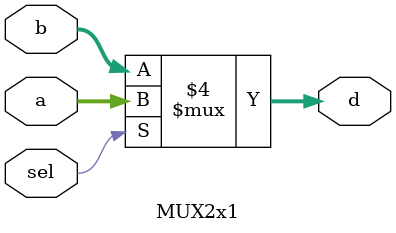
<source format=v>
`timescale 1ns / 1ps

module MUX2x1#(parameter DATAWIDTH = 64)(a, b, sel, d);
    // inputs
    input [DATAWIDTH-1:0] a, b;
    input sel; 
    
    // outputs
    output reg [DATAWIDTH-1:0] d; 
    
    always @(a, b, sel) begin
        if (sel == 1)
            d <= a;  
        else
            d <= b;
            end
endmodule

</source>
